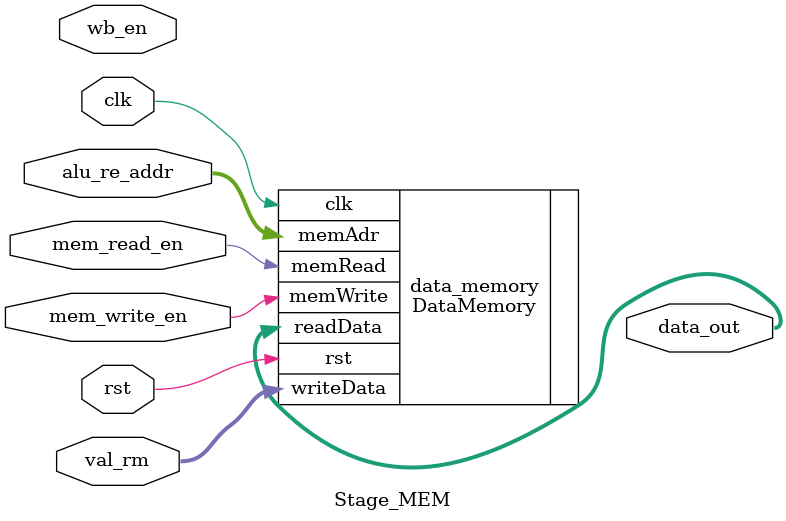
<source format=v>
`include "data_memory.v"
module Stage_MEM(
    input clk, rst,
    input wb_en, mem_read_en, mem_write_en,
    input [31:0] alu_re_addr, val_rm,
    output [31:0] data_out
    
);

    DataMemory data_memory(
        .clk(clk), 
        .rst(rst),
        .memAdr(alu_re_addr), 
        .writeData(val_rm),
        .memRead(mem_read_en),
        .memWrite(mem_write_en),
        .readData(data_out)
    );
endmodule
</source>
